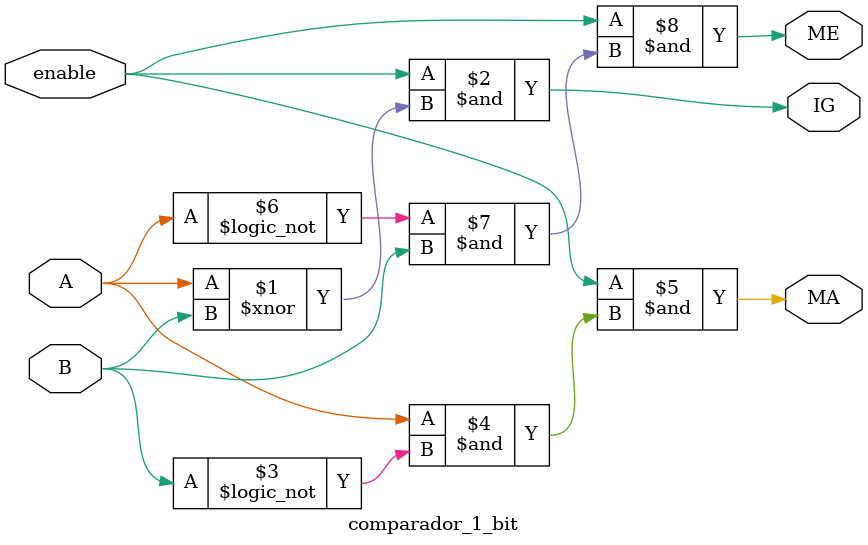
<source format=v>
/*	Sistema Digitais para Computação
*	Projeto 3 - comparador maior-menor-igual 4 bits
*
*	Alunos:
*	- Augusto Soares
*	- Jamil Souza
*	CEFETMG - 2022
*/

module comparador_4_bits(SW,LEDR);
input [17:0]SW;
output [17:0]LEDR;
wire [3:0] A, B, resultIG,resultMA,resultME;

assign A = SW[17:14];
assign B = SW[3:0];
assign LEDR[5] = resultIG[0];
assign LEDR[0] = resultMA[3] | resultMA[2] | resultMA[1] | resultMA[0];
assign LEDR[10] = resultME[3] | resultME[2] | resultME[1] | resultME[0];

comparador_1_bit block3(1'b1,A[3],B[3],resultIG[3],resultMA[3],resultME[3]);
comparador_1_bit block2(resultIG[3],A[2],B[2],resultIG[2],resultMA[2],resultME[2]);
comparador_1_bit block1(resultIG[2],A[1],B[1],resultIG[1],resultMA[1],resultME[1]);
comparador_1_bit block0(resultIG[1],A[0],B[0],resultIG[0],resultMA[0],resultME[0]);

endmodule

module comparador_1_bit(enable,A,B,IG,MA,ME);

input enable,A,B;
output IG,MA,ME;

assign IG = enable & (A ^~ B);
assign MA = enable & (A & !B);
assign ME = enable & (!A & B);

endmodule

</source>
